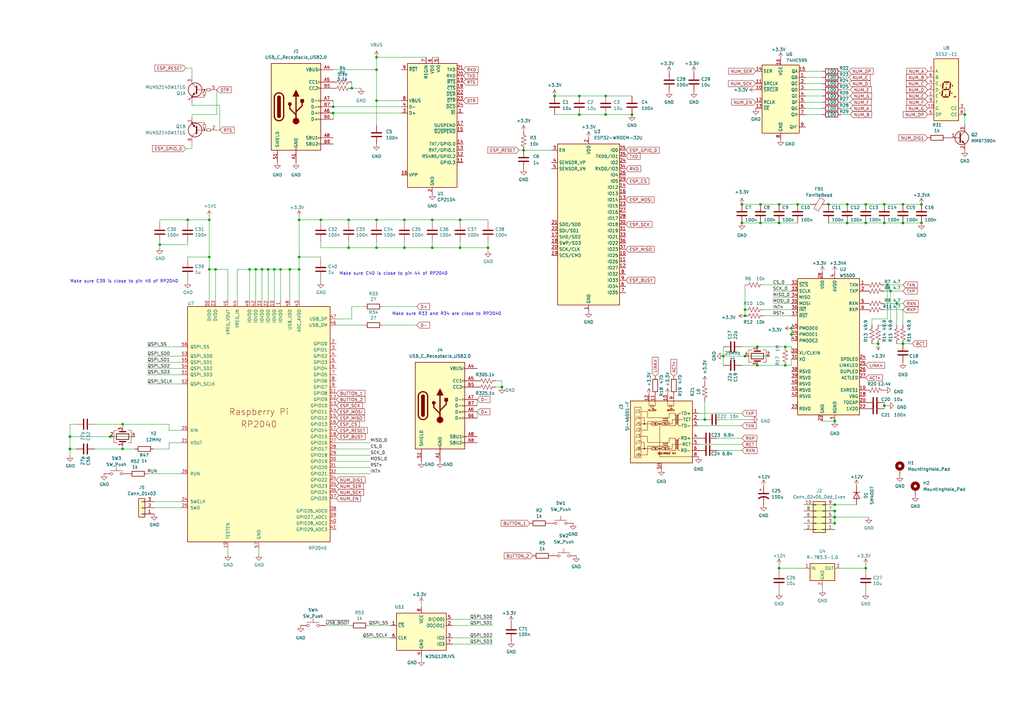
<source format=kicad_sch>
(kicad_sch (version 20230121) (generator eeschema)
  (paper "A3")
  (junction (at 131.572 90.17))
  (junction (at 304.292 83.82))
  (junction (at 28.702 184.15))
  (junction (at 144.272 36.195))
  (junction (at 177.292 101.6))
  (junction (at 248.412 46.99))
  (junction (at 342.392 212.09))
  (junction (at 112.522 110.49))
  (junction (at 122.682 90.17))
  (junction (at 319.532 233.045))
  (junction (at 50.292 184.15))
  (junction (at 237.617 46.99))
  (junction (at 322.072 149.86))
  (junction (at 327.152 83.82))
  (junction (at 28.702 179.07))
  (junction (at 154.432 90.17))
  (junction (at 370.332 83.82))
  (junction (at 118.872 110.49))
  (junction (at 289.052 172.085))
  (junction (at 342.392 214.63))
  (junction (at 115.062 110.49))
  (junction (at 395.732 46.99))
  (junction (at 342.392 209.55))
  (junction (at 319.532 91.44))
  (junction (at 310.642 149.86))
  (junction (at 136.652 43.815))
  (junction (at 154.432 28.575))
  (junction (at 165.862 90.17))
  (junction (at 370.332 140.97))
  (junction (at 214.757 61.595))
  (junction (at 347.472 83.82))
  (junction (at 322.072 142.24))
  (junction (at 347.472 91.44))
  (junction (at 377.952 91.44))
  (junction (at 50.292 173.99))
  (junction (at 45.212 179.07))
  (junction (at 259.207 46.99))
  (junction (at 355.092 233.045))
  (junction (at 65.532 100.33))
  (junction (at 109.982 110.49))
  (junction (at 342.392 172.72))
  (junction (at 363.982 116.84))
  (junction (at 122.682 105.41))
  (junction (at 122.682 110.49))
  (junction (at 296.672 146.05))
  (junction (at 362.712 166.37))
  (junction (at 305.562 129.54))
  (junction (at 355.092 83.82))
  (junction (at 311.912 83.82))
  (junction (at 367.792 124.46))
  (junction (at 200.152 101.6))
  (junction (at 188.722 101.6))
  (junction (at 362.712 91.44))
  (junction (at 85.852 110.49))
  (junction (at 342.392 207.01))
  (junction (at 154.432 101.6))
  (junction (at 85.852 90.17))
  (junction (at 377.952 83.82))
  (junction (at 319.532 83.82))
  (junction (at 305.562 146.05))
  (junction (at 85.852 105.41))
  (junction (at 143.002 90.17))
  (junction (at 324.612 134.62))
  (junction (at 104.902 110.49))
  (junction (at 154.432 23.495))
  (junction (at 310.642 142.24))
  (junction (at 305.562 127))
  (junction (at 370.332 91.44))
  (junction (at 154.432 41.275))
  (junction (at 360.172 140.97))
  (junction (at 365.252 119.38))
  (junction (at 237.617 39.37))
  (junction (at 227.457 39.37))
  (junction (at 107.442 110.49))
  (junction (at 205.867 158.75))
  (junction (at 188.722 90.17))
  (junction (at 339.852 83.82))
  (junction (at 362.712 83.82))
  (junction (at 324.612 137.16))
  (junction (at 177.292 90.17))
  (junction (at 165.862 101.6))
  (junction (at 143.002 101.6))
  (junction (at 136.652 46.355))
  (junction (at 304.292 91.44))
  (junction (at 355.092 91.44))
  (junction (at 102.362 110.49))
  (junction (at 76.962 90.17))
  (junction (at 88.392 110.49))
  (junction (at 311.912 91.44))
  (junction (at 248.412 39.37))
  (wire (pts (xy 370.332 127) (xy 370.332 133.35)))
  (wire (pts (xy 131.572 90.17) (xy 143.002 90.17)))
  (wire (pts (xy 330.327 41.91) (xy 337.312 41.91)))
  (wire (pts (xy 154.432 41.275) (xy 164.592 41.275)))
  (wire (pts (xy 151.257 256.54) (xy 160.147 256.54)))
  (wire (pts (xy 112.522 110.49) (xy 115.062 110.49)))
  (wire (pts (xy 310.642 142.24) (xy 322.072 142.24)))
  (wire (pts (xy 122.682 105.41) (xy 122.682 110.49)))
  (wire (pts (xy 69.342 181.61) (xy 69.342 184.15)))
  (wire (pts (xy 50.292 184.15) (xy 55.372 184.15)))
  (wire (pts (xy 65.532 99.06) (xy 65.532 100.33)))
  (wire (pts (xy 357.632 130.81) (xy 363.982 130.81)))
  (wire (pts (xy 362.712 127) (xy 370.332 127)))
  (wire (pts (xy 143.002 99.06) (xy 143.002 101.6)))
  (wire (pts (xy 154.432 90.17) (xy 165.862 90.17)))
  (wire (pts (xy 174.752 23.495) (xy 154.432 23.495)))
  (wire (pts (xy 347.472 83.82) (xy 339.852 83.82)))
  (wire (pts (xy 60.452 148.59) (xy 74.422 148.59)))
  (wire (pts (xy 50.292 182.88) (xy 50.292 184.15)))
  (wire (pts (xy 330.327 46.99) (xy 337.312 46.99)))
  (wire (pts (xy 154.432 91.44) (xy 154.432 90.17)))
  (wire (pts (xy 31.242 184.15) (xy 28.702 184.15)))
  (wire (pts (xy 185.547 264.16) (xy 202.057 264.16)))
  (wire (pts (xy 38.862 184.15) (xy 50.292 184.15)))
  (wire (pts (xy 188.722 91.44) (xy 188.722 90.17)))
  (wire (pts (xy 362.712 166.37) (xy 362.712 167.64)))
  (wire (pts (xy 355.092 83.82) (xy 347.472 83.82)))
  (wire (pts (xy 74.422 157.48) (xy 60.452 157.48)))
  (wire (pts (xy 319.532 241.935) (xy 319.532 243.205)))
  (wire (pts (xy 136.652 43.815) (xy 164.592 43.815)))
  (wire (pts (xy 330.327 44.45) (xy 337.312 44.45)))
  (wire (pts (xy 122.682 88.9) (xy 122.682 90.17)))
  (wire (pts (xy 144.272 125.73) (xy 144.272 130.81)))
  (wire (pts (xy 156.972 125.73) (xy 170.942 125.73)))
  (wire (pts (xy 304.292 91.44) (xy 311.912 91.44)))
  (wire (pts (xy 177.292 90.17) (xy 188.722 90.17)))
  (wire (pts (xy 118.872 110.49) (xy 122.682 110.49)))
  (wire (pts (xy 330.327 34.29) (xy 337.312 34.29)))
  (wire (pts (xy 137.922 130.81) (xy 144.272 130.81)))
  (wire (pts (xy 185.547 254) (xy 202.057 254)))
  (wire (pts (xy 357.632 133.35) (xy 357.632 130.81)))
  (wire (pts (xy 185.547 261.62) (xy 202.057 261.62)))
  (wire (pts (xy 330.327 29.21) (xy 337.312 29.21)))
  (wire (pts (xy 28.702 179.07) (xy 28.702 184.15)))
  (wire (pts (xy 63.246 205.74) (xy 74.422 205.74)))
  (wire (pts (xy 337.312 172.72) (xy 342.392 172.72)))
  (wire (pts (xy 85.852 88.9) (xy 85.852 90.17)))
  (wire (pts (xy 319.532 231.775) (xy 319.532 233.045)))
  (wire (pts (xy 348.742 46.99) (xy 344.932 46.99)))
  (wire (pts (xy 205.867 156.21) (xy 203.327 156.21)))
  (wire (pts (xy 357.632 140.97) (xy 360.172 140.97)))
  (wire (pts (xy 78.74 46.99) (xy 88.9 46.99)))
  (wire (pts (xy 137.922 189.23) (xy 151.892 189.23)))
  (wire (pts (xy 324.612 137.16) (xy 324.612 139.7)))
  (wire (pts (xy 332.232 83.82) (xy 327.152 83.82)))
  (wire (pts (xy 347.472 91.44) (xy 355.092 91.44)))
  (wire (pts (xy 248.412 46.99) (xy 259.207 46.99)))
  (wire (pts (xy 136.652 46.355) (xy 136.652 48.895)))
  (wire (pts (xy 90.17 43.18) (xy 90.17 53.34)))
  (wire (pts (xy 78.74 43.18) (xy 90.17 43.18)))
  (wire (pts (xy 304.292 184.785) (xy 294.132 184.785)))
  (wire (pts (xy 74.422 181.61) (xy 69.342 181.61)))
  (wire (pts (xy 348.107 31.75) (xy 344.932 31.75)))
  (wire (pts (xy 97.282 123.19) (xy 97.282 110.49)))
  (wire (pts (xy 304.292 179.705) (xy 294.132 179.705)))
  (wire (pts (xy 237.617 39.37) (xy 248.412 39.37)))
  (wire (pts (xy 85.852 110.49) (xy 85.852 123.19)))
  (wire (pts (xy 28.702 173.99) (xy 28.702 179.07)))
  (wire (pts (xy 65.532 90.17) (xy 76.962 90.17)))
  (wire (pts (xy 131.572 106.68) (xy 131.572 105.41)))
  (wire (pts (xy 212.852 61.595) (xy 214.757 61.595)))
  (wire (pts (xy 76.2 27.94) (xy 78.74 27.94)))
  (wire (pts (xy 296.672 146.05) (xy 296.672 142.24)))
  (wire (pts (xy 165.862 90.17) (xy 177.292 90.17)))
  (wire (pts (xy 76.962 100.33) (xy 76.962 99.06)))
  (wire (pts (xy 200.152 99.06) (xy 200.152 101.6)))
  (wire (pts (xy 115.062 110.49) (xy 115.062 123.19)))
  (wire (pts (xy 172.847 269.24) (xy 172.847 270.51)))
  (wire (pts (xy 363.982 130.81) (xy 363.982 116.84)))
  (wire (pts (xy 177.292 101.6) (xy 165.862 101.6)))
  (wire (pts (xy 395.732 44.45) (xy 395.732 46.99)))
  (wire (pts (xy 104.902 123.19) (xy 104.902 110.49)))
  (wire (pts (xy 304.292 182.245) (xy 286.512 182.245)))
  (wire (pts (xy 97.282 110.49) (xy 102.362 110.49)))
  (wire (pts (xy 93.472 224.79) (xy 93.472 227.33)))
  (wire (pts (xy 319.532 83.82) (xy 327.152 83.82)))
  (wire (pts (xy 304.292 169.545) (xy 286.512 169.545)))
  (wire (pts (xy 324.612 147.32) (xy 324.612 149.86)))
  (wire (pts (xy 188.722 101.6) (xy 200.152 101.6)))
  (wire (pts (xy 63.246 208.28) (xy 74.422 208.28)))
  (wire (pts (xy 115.062 110.49) (xy 118.872 110.49)))
  (wire (pts (xy 342.392 212.09) (xy 342.392 214.63)))
  (wire (pts (xy 313.182 116.84) (xy 324.612 116.84)))
  (wire (pts (xy 38.862 173.99) (xy 50.292 173.99)))
  (wire (pts (xy 200.152 91.44) (xy 200.152 90.17)))
  (wire (pts (xy 137.922 181.61) (xy 151.892 181.61)))
  (wire (pts (xy 355.092 233.045) (xy 355.092 231.775)))
  (wire (pts (xy 122.682 90.17) (xy 131.572 90.17)))
  (wire (pts (xy 329.692 233.045) (xy 319.532 233.045)))
  (wire (pts (xy 362.712 83.82) (xy 355.092 83.82)))
  (wire (pts (xy 154.432 28.575) (xy 154.432 41.275)))
  (wire (pts (xy 370.332 91.44) (xy 377.952 91.44)))
  (wire (pts (xy 107.442 123.19) (xy 107.442 110.49)))
  (wire (pts (xy 329.692 207.01) (xy 342.392 207.01)))
  (wire (pts (xy 322.072 142.24) (xy 324.612 142.24)))
  (wire (pts (xy 363.982 116.84) (xy 362.712 116.84)))
  (wire (pts (xy 395.732 46.99) (xy 395.732 51.435)))
  (wire (pts (xy 76.962 90.17) (xy 85.852 90.17)))
  (wire (pts (xy 185.547 256.54) (xy 202.057 256.54)))
  (wire (pts (xy 319.532 91.44) (xy 327.152 91.44)))
  (wire (pts (xy 237.617 46.99) (xy 248.412 46.99)))
  (wire (pts (xy 65.532 100.33) (xy 76.962 100.33)))
  (wire (pts (xy 60.452 146.05) (xy 74.422 146.05)))
  (wire (pts (xy 324.612 134.62) (xy 324.612 137.16)))
  (wire (pts (xy 370.332 140.97) (xy 374.142 140.97)))
  (wire (pts (xy 90.17 53.34) (xy 88.9 53.34)))
  (wire (pts (xy 305.562 127) (xy 305.562 129.54)))
  (wire (pts (xy 289.052 164.465) (xy 289.052 172.085)))
  (wire (pts (xy 154.432 23.495) (xy 154.432 28.575)))
  (wire (pts (xy 154.432 41.275) (xy 154.432 51.435)))
  (wire (pts (xy 329.692 214.63) (xy 342.392 214.63)))
  (wire (pts (xy 88.392 110.49) (xy 85.852 110.49)))
  (wire (pts (xy 203.327 158.75) (xy 205.867 158.75)))
  (wire (pts (xy 370.332 124.46) (xy 367.792 124.46)))
  (wire (pts (xy 348.742 41.91) (xy 344.932 41.91)))
  (wire (pts (xy 188.722 90.17) (xy 200.152 90.17)))
  (wire (pts (xy 85.852 90.17) (xy 85.852 105.41)))
  (wire (pts (xy 85.852 105.41) (xy 85.852 110.49)))
  (wire (pts (xy 28.702 179.07) (xy 45.212 179.07)))
  (wire (pts (xy 315.722 146.05) (xy 305.562 146.05)))
  (wire (pts (xy 339.852 91.44) (xy 347.472 91.44)))
  (wire (pts (xy 50.292 173.99) (xy 69.342 173.99)))
  (wire (pts (xy 122.682 110.49) (xy 122.682 123.19)))
  (wire (pts (xy 28.702 184.15) (xy 28.702 186.69)))
  (wire (pts (xy 377.952 83.82) (xy 370.332 83.82)))
  (wire (pts (xy 76.962 106.68) (xy 76.962 105.41)))
  (wire (pts (xy 172.847 247.65) (xy 172.847 248.92)))
  (wire (pts (xy 76.962 105.41) (xy 85.852 105.41)))
  (wire (pts (xy 348.742 44.45) (xy 344.932 44.45)))
  (wire (pts (xy 355.092 234.315) (xy 355.092 233.045)))
  (wire (pts (xy 88.392 123.19) (xy 88.392 110.49)))
  (wire (pts (xy 136.652 28.575) (xy 154.432 28.575)))
  (wire (pts (xy 60.452 151.13) (xy 74.422 151.13)))
  (wire (pts (xy 310.642 149.86) (xy 322.072 149.86)))
  (wire (pts (xy 342.392 212.09) (xy 356.362 212.09)))
  (wire (pts (xy 329.692 212.09) (xy 342.392 212.09)))
  (wire (pts (xy 329.692 209.55) (xy 342.392 209.55)))
  (wire (pts (xy 355.092 241.935) (xy 355.092 243.205)))
  (wire (pts (xy 74.422 142.24) (xy 60.452 142.24)))
  (wire (pts (xy 74.422 194.31) (xy 60.452 194.31)))
  (wire (pts (xy 137.922 191.77) (xy 151.892 191.77)))
  (wire (pts (xy 370.332 116.84) (xy 363.982 116.84)))
  (wire (pts (xy 88.9 46.99) (xy 88.9 36.83)))
  (wire (pts (xy 50.292 175.26) (xy 50.292 173.99)))
  (wire (pts (xy 342.392 209.55) (xy 342.392 212.09)))
  (wire (pts (xy 131.572 99.06) (xy 131.572 101.6)))
  (wire (pts (xy 311.912 91.44) (xy 319.532 91.44)))
  (wire (pts (xy 78.74 43.18) (xy 78.74 41.91)))
  (wire (pts (xy 122.682 90.17) (xy 122.682 105.41)))
  (wire (pts (xy 188.722 99.06) (xy 188.722 101.6)))
  (wire (pts (xy 109.982 110.49) (xy 112.522 110.49)))
  (wire (pts (xy 62.992 184.15) (xy 69.342 184.15)))
  (wire (pts (xy 195.707 163.83) (xy 195.707 166.37)))
  (wire (pts (xy 106.172 224.79) (xy 106.172 227.33)))
  (wire (pts (xy 143.002 101.6) (xy 131.572 101.6)))
  (wire (pts (xy 330.327 31.75) (xy 337.312 31.75)))
  (wire (pts (xy 107.442 110.49) (xy 109.982 110.49)))
  (wire (pts (xy 313.182 127) (xy 324.612 127)))
  (wire (pts (xy 330.327 39.37) (xy 337.312 39.37)))
  (wire (pts (xy 310.642 142.24) (xy 304.292 142.24)))
  (wire (pts (xy 136.652 41.275) (xy 136.652 43.815)))
  (wire (pts (xy 296.672 149.86) (xy 296.672 146.05)))
  (wire (pts (xy 137.922 186.69) (xy 151.892 186.69)))
  (wire (pts (xy 367.792 140.97) (xy 370.332 140.97)))
  (wire (pts (xy 131.572 91.44) (xy 131.572 90.17)))
  (wire (pts (xy 118.872 123.19) (xy 118.872 110.49)))
  (wire (pts (xy 137.922 194.31) (xy 151.892 194.31)))
  (wire (pts (xy 122.682 105.41) (xy 131.572 105.41)))
  (wire (pts (xy 76.962 114.3) (xy 76.962 115.57)))
  (wire (pts (xy 348.107 34.29) (xy 344.932 34.29)))
  (wire (pts (xy 45.212 179.07) (xy 55.372 179.07)))
  (wire (pts (xy 305.562 146.05) (xy 296.672 146.05)))
  (wire (pts (xy 165.862 101.6) (xy 154.432 101.6)))
  (wire (pts (xy 144.272 33.655) (xy 144.272 36.195)))
  (wire (pts (xy 362.712 166.37) (xy 363.982 166.37)))
  (wire (pts (xy 330.327 36.83) (xy 337.312 36.83)))
  (wire (pts (xy 112.522 123.19) (xy 112.522 110.49)))
  (wire (pts (xy 316.992 121.92) (xy 324.612 121.92)))
  (wire (pts (xy 304.292 83.82) (xy 311.912 83.82)))
  (wire (pts (xy 342.392 207.01) (xy 351.282 207.01)))
  (wire (pts (xy 362.712 91.44) (xy 370.332 91.44)))
  (wire (pts (xy 355.092 91.44) (xy 362.712 91.44)))
  (wire (pts (xy 177.292 23.495) (xy 179.832 23.495)))
  (wire (pts (xy 137.922 133.35) (xy 149.352 133.35)))
  (wire (pts (xy 104.902 110.49) (xy 107.442 110.49)))
  (wire (pts (xy 324.612 144.78) (xy 324.612 142.24)))
  (wire (pts (xy 60.452 153.67) (xy 74.422 153.67)))
  (wire (pts (xy 365.252 133.35) (xy 365.252 119.38)))
  (wire (pts (xy 78.74 60.96) (xy 78.74 58.42)))
  (wire (pts (xy 316.992 119.38) (xy 324.612 119.38)))
  (wire (pts (xy 165.862 91.44) (xy 165.862 90.17)))
  (wire (pts (xy 370.332 119.38) (xy 365.252 119.38)))
  (wire (pts (xy 143.002 90.17) (xy 154.432 90.17)))
  (wire (pts (xy 131.572 114.3) (xy 131.572 115.57)))
  (wire (pts (xy 311.912 83.82) (xy 319.532 83.82)))
  (wire (pts (xy 308.102 172.085) (xy 296.672 172.085)))
  (wire (pts (xy 76.2 60.96) (xy 78.74 60.96)))
  (wire (pts (xy 93.472 123.19) (xy 93.472 110.49)))
  (wire (pts (xy 65.532 91.44) (xy 65.532 90.17)))
  (wire (pts (xy 227.457 46.99) (xy 237.617 46.99)))
  (wire (pts (xy 154.432 101.6) (xy 143.002 101.6)))
  (wire (pts (xy 109.982 123.19) (xy 109.982 110.49)))
  (wire (pts (xy 133.477 256.54) (xy 143.637 256.54)))
  (wire (pts (xy 289.052 172.085) (xy 286.512 172.085)))
  (wire (pts (xy 136.652 46.355) (xy 164.592 46.355)))
  (wire (pts (xy 305.562 116.84) (xy 305.562 127)))
  (wire (pts (xy 76.962 91.44) (xy 76.962 90.17)))
  (wire (pts (xy 69.342 176.53) (xy 69.342 173.99)))
  (wire (pts (xy 329.692 217.17) (xy 342.392 217.17)))
  (wire (pts (xy 78.74 48.26) (xy 78.74 46.99)))
  (wire (pts (xy 205.867 156.21) (xy 205.867 158.75)))
  (wire (pts (xy 348.742 39.37) (xy 344.932 39.37)))
  (wire (pts (xy 102.362 110.49) (xy 104.902 110.49)))
  (wire (pts (xy 165.862 99.06) (xy 165.862 101.6)))
  (wire (pts (xy 227.457 39.37) (xy 237.617 39.37)))
  (wire (pts (xy 316.992 124.46) (xy 324.612 124.46)))
  (wire (pts (xy 248.412 39.37) (xy 259.207 39.37)))
  (wire (pts (xy 154.432 99.06) (xy 154.432 101.6)))
  (wire (pts (xy 344.932 233.045) (xy 355.092 233.045)))
  (wire (pts (xy 362.712 165.1) (xy 362.712 166.37)))
  (wire (pts (xy 78.74 27.94) (xy 78.74 31.75)))
  (wire (pts (xy 304.292 174.625) (xy 286.512 174.625)))
  (wire (pts (xy 156.972 133.35) (xy 170.942 133.35)))
  (wire (pts (xy 148.717 261.62) (xy 160.147 261.62)))
  (wire (pts (xy 362.712 124.46) (xy 367.792 124.46)))
  (wire (pts (xy 144.272 125.73) (xy 149.352 125.73)))
  (wire (pts (xy 93.472 110.49) (xy 88.392 110.49)))
  (wire (pts (xy 214.757 61.595) (xy 226.187 61.595)))
  (wire (pts (xy 313.182 129.54) (xy 324.612 129.54)))
  (wire (pts (xy 177.292 99.06) (xy 177.292 101.6)))
  (wire (pts (xy 69.342 176.53) (xy 74.422 176.53)))
  (wire (pts (xy 319.532 234.315) (xy 319.532 233.045)))
  (wire (pts (xy 348.107 29.21) (xy 344.932 29.21)))
  (wire (pts (xy 367.792 124.46) (xy 367.792 133.35)))
  (wire (pts (xy 348.742 36.83) (xy 344.932 36.83)))
  (wire (pts (xy 177.292 91.44) (xy 177.292 90.17)))
  (wire (pts (xy 195.707 168.91) (xy 195.707 171.45)))
  (wire (pts (xy 360.172 133.35) (xy 365.252 133.35)))
  (wire (pts (xy 143.002 91.44) (xy 143.002 90.17)))
  (wire (pts (xy 322.072 149.86) (xy 324.612 149.86)))
  (wire (pts (xy 310.642 149.86) (xy 304.292 149.86)))
  (wire (pts (xy 337.312 240.665) (xy 337.312 241.935)))
  (wire (pts (xy 144.272 36.195) (xy 148.082 36.195)))
  (wire (pts (xy 31.242 173.99) (xy 28.702 173.99)))
  (wire (pts (xy 102.362 123.19) (xy 102.362 110.49)))
  (wire (pts (xy 137.922 184.15) (xy 151.892 184.15)))
  (wire (pts (xy 188.722 101.6) (xy 177.292 101.6)))
  (wire (pts (xy 365.252 119.38) (xy 362.712 119.38)))
  (wire (pts (xy 370.332 83.82) (xy 362.712 83.82)))
  (wire (pts (xy 200.152 101.6) (xy 200.152 102.87)))
  (wire (pts (xy 65.532 100.33) (xy 65.532 101.6)))
  (text "Make sure C39 is close to pin 45 of RP2040" (at 28.702 116.205 0) (effects (font (size 1.27 1.27)) (justify left bottom)))
  (text "Make sure R33 and R34 are close to RP2040" (at 160.782 129.54 0) (effects (font (size 1.27 1.27)) (justify left bottom)))
  (text "Make sure C40 is close to pin 44 of RP2040" (at 139.192 113.03 0) (effects (font (size 1.27 1.27)) (justify left bottom)))
  (label "QSPI_SD3" (at 60.452 153.67 0))
  (label "MISO_0" (at 316.992 121.92 0))
  (label "QSPI_SCLK" (at 148.717 261.62 0))
  (label "QSPI_SS" (at 151.257 256.54 0))
  (label "SCK_0" (at 151.892 186.69 0))
  (label "CS_0" (at 151.892 184.15 0))
  (label "MOSI_0" (at 151.892 189.23 0))
  (label "INTn" (at 316.992 127 0))
  (label "MOSI_0" (at 316.992 124.46 0))
  (label "QSPI_SD2" (at 202.057 261.62 180))
  (label "RUN" (at 60.452 194.31 0))
  (label "MISO_0" (at 151.892 181.61 0))
  (label "QSPI_SS" (at 60.452 142.24 0))
  (label "QSPI_SCLK" (at 60.452 157.48 0))
  (label "QSPI_SD0" (at 202.057 254 180))
  (label "QSPI_SD1" (at 202.057 256.54 180))
  (label "QSPI_SD2" (at 60.452 151.13 0))
  (label "RSTn" (at 151.892 191.77 0))
  (label "RSTn" (at 316.992 129.54 0))
  (label "CS_0" (at 316.992 116.84 0))
  (label "SCK_0" (at 316.992 119.38 0))
  (label "QSPI_SD1" (at 60.452 148.59 0))
  (label "QSPI_SD0" (at 60.452 146.05 0))
  (label "QSPI_SD3" (at 202.057 264.16 180))
  (label "~{USB_BOOT}" (at 133.477 256.54 0))
  (label "INTn" (at 151.892 194.31 0))
  (global_label "TXP" (shape input) (at 370.332 119.38 0) (property "Intersheetrefs" "${INTERSHEET_REFS}" (effects hide)))
  (global_label "NUM_DIG1" (shape input) (at 137.922 196.85 0) (property "Intersheetrefs" "${INTERSHEET_REFS}" (effects hide)))
  (global_label "NUM_SER" (shape input) (at 137.922 199.39 0) (property "Intersheetrefs" "${INTERSHEET_REFS}" (effects hide)))
  (global_label "TXN" (shape input) (at 370.332 116.84 0) (property "Intersheetrefs" "${INTERSHEET_REFS}" (effects hide)))
  (global_label "ESP_CS" (shape input) (at 256.667 74.295 0) (property "Intersheetrefs" "${INTERSHEET_REFS}" (effects hide)))
  (global_label "NUM_E" (shape input) (at 380.492 39.37 180) (property "Intersheetrefs" "${INTERSHEET_REFS}" (effects hide)))
  (global_label "D-" (shape input) (at 170.942 133.35 0) (property "Intersheetrefs" "${INTERSHEET_REFS}" (effects hide)))
  (global_label "NUM_EN" (shape input) (at 310.007 41.91 180) (property "Intersheetrefs" "${INTERSHEET_REFS}" (effects hide)))
  (global_label "TXD" (shape input) (at 256.667 64.135 0) (property "Intersheetrefs" "${INTERSHEET_REFS}" (effects hide)))
  (global_label "NUM_A" (shape input) (at 380.492 29.21 180) (property "Intersheetrefs" "${INTERSHEET_REFS}" (effects hide)))
  (global_label "TXN" (shape input) (at 304.292 174.625 0) (property "Intersheetrefs" "${INTERSHEET_REFS}" (effects hide)))
  (global_label "NUM_F" (shape input) (at 348.742 41.91 0) (property "Intersheetrefs" "${INTERSHEET_REFS}" (effects hide)))
  (global_label "D+" (shape input) (at 195.707 168.91 0) (property "Intersheetrefs" "${INTERSHEET_REFS}" (effects hide)))
  (global_label "NUM_SCK" (shape input) (at 137.922 201.93 0) (property "Intersheetrefs" "${INTERSHEET_REFS}" (effects hide)))
  (global_label "NUM_SER" (shape input) (at 310.007 29.21 180) (property "Intersheetrefs" "${INTERSHEET_REFS}" (effects hide)))
  (global_label "NUM_F" (shape input) (at 380.492 41.91 180) (property "Intersheetrefs" "${INTERSHEET_REFS}" (effects hide)))
  (global_label "RXD" (shape input) (at 256.667 69.215 0) (property "Intersheetrefs" "${INTERSHEET_REFS}" (effects hide)))
  (global_label "RXP" (shape input) (at 370.332 127 0) (property "Intersheetrefs" "${INTERSHEET_REFS}" (effects hide)))
  (global_label "NUM_EN" (shape input) (at 137.922 204.47 0) (property "Intersheetrefs" "${INTERSHEET_REFS}" (effects hide)))
  (global_label "NUM_C" (shape input) (at 348.107 31.75 0) (property "Intersheetrefs" "${INTERSHEET_REFS}" (effects hide)))
  (global_label "TXD" (shape input) (at 189.992 31.115 0) (property "Intersheetrefs" "${INTERSHEET_REFS}" (effects hide)))
  (global_label "ESP_RESET" (shape input) (at 76.2 27.94 180) (property "Intersheetrefs" "${INTERSHEET_REFS}" (effects hide)))
  (global_label "ESP_GPIO_0" (shape input) (at 76.2 60.96 180) (property "Intersheetrefs" "${INTERSHEET_REFS}" (effects hide)))
  (global_label "NUM_A" (shape input) (at 348.742 44.45 0) (property "Intersheetrefs" "${INTERSHEET_REFS}" (effects hide)))
  (global_label "NUM_D" (shape input) (at 348.107 34.29 0) (property "Intersheetrefs" "${INTERSHEET_REFS}" (effects hide)))
  (global_label "NUM_DP" (shape input) (at 348.107 29.21 0) (property "Intersheetrefs" "${INTERSHEET_REFS}" (effects hide)))
  (global_label "RXN" (shape input) (at 304.292 184.785 0) (property "Intersheetrefs" "${INTERSHEET_REFS}" (effects hide)))
  (global_label "RCT" (shape input) (at 374.142 140.97 0) (property "Intersheetrefs" "${INTERSHEET_REFS}" (effects hide)))
  (global_label "ESP_RESET" (shape input) (at 212.852 61.595 180) (property "Intersheetrefs" "${INTERSHEET_REFS}" (effects hide)))
  (global_label "NUM_G" (shape input) (at 348.742 39.37 0) (property "Intersheetrefs" "${INTERSHEET_REFS}" (effects hide)))
  (global_label "ESP_BUSY" (shape input) (at 137.922 179.07 0) (property "Intersheetrefs" "${INTERSHEET_REFS}" (effects hide)))
  (global_label "D+" (shape input) (at 170.942 125.73 0) (property "Intersheetrefs" "${INTERSHEET_REFS}" (effects hide)))
  (global_label "BUTTON_1" (shape input) (at 137.922 161.29 0) (property "Intersheetrefs" "${INTERSHEET_REFS}" (effects hide)))
  (global_label "LINKn" (shape input) (at 355.092 149.86 0) (property "Intersheetrefs" "${INTERSHEET_REFS}" (effects hide)))
  (global_label "NUM_D" (shape input) (at 380.492 36.83 180) (property "Intersheetrefs" "${INTERSHEET_REFS}" (effects hide)))
  (global_label "NUM_B" (shape input) (at 348.742 46.99 0) (property "Intersheetrefs" "${INTERSHEET_REFS}" (effects hide)))
  (global_label "ESP_GPIO_0" (shape input) (at 256.667 61.595 0) (property "Intersheetrefs" "${INTERSHEET_REFS}" (effects hide)))
  (global_label "DTR" (shape input) (at 189.992 41.275 0) (property "Intersheetrefs" "${INTERSHEET_REFS}" (effects hide)))
  (global_label "ESP_CS" (shape input) (at 137.922 173.99 0) (property "Intersheetrefs" "${INTERSHEET_REFS}" (effects hide)))
  (global_label "RCT" (shape input) (at 304.292 182.245 0) (property "Intersheetrefs" "${INTERSHEET_REFS}" (effects hide)))
  (global_label "NUM_SCK" (shape input) (at 310.007 34.29 180) (property "Intersheetrefs" "${INTERSHEET_REFS}" (effects hide)))
  (global_label "BUTTON_2" (shape input) (at 218.567 227.965 180) (property "Intersheetrefs" "${INTERSHEET_REFS}" (effects hide)))
  (global_label "DTR" (shape input) (at 88.9 36.83 0) (property "Intersheetrefs" "${INTERSHEET_REFS}" (effects hide)))
  (global_label "RTS" (shape input) (at 90.17 53.34 0) (property "Intersheetrefs" "${INTERSHEET_REFS}" (effects hide)))
  (global_label "TXP" (shape input) (at 304.292 169.545 0) (property "Intersheetrefs" "${INTERSHEET_REFS}" (effects hide)))
  (global_label "NUM_C" (shape input) (at 380.492 34.29 180) (property "Intersheetrefs" "${INTERSHEET_REFS}" (effects hide)))
  (global_label "NUM_DIG1" (shape input) (at 380.492 56.515 180) (property "Intersheetrefs" "${INTERSHEET_REFS}" (effects hide)))
  (global_label "ESP_BUSY" (shape input) (at 256.667 114.935 0) (property "Intersheetrefs" "${INTERSHEET_REFS}" (effects hide)))
  (global_label "BUTTON_1" (shape input) (at 217.297 214.63 180) (property "Intersheetrefs" "${INTERSHEET_REFS}" (effects hide)))
  (global_label "NUM_E" (shape input) (at 348.742 36.83 0) (property "Intersheetrefs" "${INTERSHEET_REFS}" (effects hide)))
  (global_label "ESP_MISO" (shape input) (at 256.667 102.235 0) (property "Intersheetrefs" "${INTERSHEET_REFS}" (effects hide)))
  (global_label "RTS" (shape input) (at 189.992 33.655 0) (property "Intersheetrefs" "${INTERSHEET_REFS}" (effects hide)))
  (global_label "NUM_G" (shape input) (at 380.492 44.45 180) (property "Intersheetrefs" "${INTERSHEET_REFS}" (effects hide)))
  (global_label "ESP_SCK" (shape input) (at 137.922 166.37 0) (property "Intersheetrefs" "${INTERSHEET_REFS}" (effects hide)))
  (global_label "ESP_MOSI" (shape input) (at 256.667 81.915 0) (property "Intersheetrefs" "${INTERSHEET_REFS}" (effects hide)))
  (global_label "NUM_B" (shape input) (at 380.492 31.75 180) (property "Intersheetrefs" "${INTERSHEET_REFS}" (effects hide)))
  (global_label "ESP_MISO" (shape input) (at 137.922 171.45 0) (property "Intersheetrefs" "${INTERSHEET_REFS}" (effects hide)))
  (global_label "ESP_RESET" (shape input) (at 137.922 176.53 0) (property "Intersheetrefs" "${INTERSHEET_REFS}" (effects hide)))
  (global_label "NUM_DP" (shape input) (at 380.492 46.99 180) (property "Intersheetrefs" "${INTERSHEET_REFS}" (effects hide)))
  (global_label "BUTTON_2" (shape input) (at 137.922 163.83 0) (property "Intersheetrefs" "${INTERSHEET_REFS}" (effects hide)))
  (global_label "RXN" (shape input) (at 370.332 124.46 0) (property "Intersheetrefs" "${INTERSHEET_REFS}" (effects hide)))
  (global_label "LINKn" (shape input) (at 268.732 154.305 90) (property "Intersheetrefs" "${INTERSHEET_REFS}" (effects hide)))
  (global_label "ESP_SCK" (shape input) (at 256.667 92.075 0) (property "Intersheetrefs" "${INTERSHEET_REFS}" (effects hide)))
  (global_label "ACTn" (shape input) (at 355.092 154.94 0) (property "Intersheetrefs" "${INTERSHEET_REFS}" (effects hide)))
  (global_label "ESP_MOSI" (shape input) (at 137.922 168.91 0) (property "Intersheetrefs" "${INTERSHEET_REFS}" (effects hide)))
  (global_label "RXD" (shape input) (at 189.992 28.575 0) (property "Intersheetrefs" "${INTERSHEET_REFS}" (effects hide)))
  (global_label "RXP" (shape input) (at 304.292 179.705 0) (property "Intersheetrefs" "${INTERSHEET_REFS}" (effects hide)))
  (global_label "D-" (shape input) (at 195.707 163.83 0) (property "Intersheetrefs" "${INTERSHEET_REFS}" (effects hide)))
  (global_label "ACTn" (shape input) (at 276.352 154.305 90) (property "Intersheetrefs" "${INTERSHEET_REFS}" (effects hide)))
  (symbol (lib_id "Device:C") (at 274.447 33.655 0) (unit 1)
    (property "Reference" "C28" (at 277.368 32.4866 0) (effects (justify left)))
    (property "Value" "100n" (at 277.368 34.798 0) (effects (justify left)))
    (property "Footprint" "Capacitor_SMD:C_0603_1608Metric" (effects hide))
  )
  (symbol (lib_id "Device:R_US") (at 358.902 119.38 270) (mirror x) (unit 1)
    (property "Reference" "R8" (at 363.982 118.11 90))
    (property "Value" "4.7" (at 367.792 118.11 90))
    (property "Footprint" "Resistor_SMD:R_0603_1608Metric" (effects hide))
  )
  (symbol (lib_id "Device:R_US") (at 360.172 137.16 0) (mirror y) (unit 1)
    (property "Reference" "R14" (at 362.712 138.43 90))
    (property "Value" "49.9" (at 362.712 133.35 90))
    (property "Footprint" "Resistor_SMD:R_0603_1608Metric" (effects hide))
  )
  (symbol (lib_id "Switch:SW_Push") (at 231.267 227.965 0) (unit 1)
    (property "Reference" "SW2" (at 231.267 219.71 0))
    (property "Value" "SW_Push" (at 231.267 222.25 0))
    (property "Footprint" "Button_Switch_THT:Push_E-Switch_KS01Q01" (effects hide))
  )
  (symbol (lib_id "power:GND") (at 131.572 115.57 0) (unit 1)
    (property "Reference" "#PWR063" (effects hide))
    (property "Value" "GND" (at 131.699 119.9642 0))
  )
  (symbol (lib_id "RF_Module:ESP32-WROOM-32U") (at 241.427 92.075 0) (unit 1)
    (property "Reference" "U3" (at 243.6211 53.975 0) (effects (justify left)))
    (property "Value" "ESP32-WROOM-32U" (at 243.6211 56.515 0) (effects (justify left)))
    (property "Footprint" "RF_Module:ESP32-WROOM-32U" (effects hide))
    (property "Datasheet" "https://www.espressif.com/sites/default/files/documentation/esp32-wroom-32d_esp32-wroom-32u_datasheet_en.pdf" (effects hide))
  )
  (symbol (lib_id "Transistor_BJT:MMBT3904") (at 393.192 56.515 0) (unit 1)
    (property "Reference" "Q2" (at 398.272 55.245 0) (effects (justify left)))
    (property "Value" "MMBT3904" (at 398.272 57.785 0) (effects (justify left)))
    (property "Footprint" "Package_TO_SOT_SMD:SOT-23" (effects hide))
    (property "Datasheet" "https://www.onsemi.com/pdf/datasheet/pzt3904-d.pdf" (effects hide))
  )
  (symbol (lib_id "power:GND") (at 205.867 158.75 0) (unit 1)
    (property "Reference" "#PWR057" (effects hide))
    (property "Value" "GND" (at 207.137 160.02 0) (effects (justify left)))
  )
  (symbol (lib_id "power:GND") (at 113.792 66.675 0) (unit 1)
    (property "Reference" "#PWR09" (effects hide))
    (property "Value" "GND" (at 113.792 71.755 0))
  )
  (symbol (lib_id "Device:C") (at 209.677 259.08 0) (unit 1)
    (property "Reference" "C71" (at 212.598 257.9116 0) (effects (justify left)))
    (property "Value" "100n" (at 212.598 260.223 0) (effects (justify left)))
    (property "Footprint" "Capacitor_SMD:C_0603_1608Metric" (effects hide))
  )
  (symbol (lib_id "Device:C") (at 290.322 184.785 90) (unit 1)
    (property "Reference" "C24" (at 295.402 186.055 90) (effects (justify left)))
    (property "Value" "6.8n" (at 300.482 186.055 90) (effects (justify left)))
    (property "Footprint" "Capacitor_SMD:C_0603_1608Metric" (effects hide))
  )
  (symbol (lib_id "power:GND") (at 65.532 101.6 0) (unit 1)
    (property "Reference" "#PWR058" (effects hide))
    (property "Value" "GND" (at 65.659 105.9942 0))
  )
  (symbol (lib_id "Device:R") (at 221.107 214.63 270) (unit 1)
    (property "Reference" "R2" (at 221.107 209.3722 90))
    (property "Value" "1k" (at 221.107 211.6836 90))
    (property "Footprint" "Resistor_SMD:R_0603_1608Metric" (effects hide))
  )
  (symbol (lib_id "power:GND") (at 313.182 207.01 0) (unit 1)
    (property "Reference" "#PWR019" (effects hide))
    (property "Value" "GND" (at 313.182 211.455 0))
  )
  (symbol (lib_id "power:GND") (at 271.272 192.405 0) (unit 1)
    (property "Reference" "#PWR035" (effects hide))
    (property "Value" "GND" (at 271.272 197.485 0))
  )
  (symbol (lib_id "Device:C") (at 284.607 33.655 0) (unit 1)
    (property "Reference" "C29" (at 287.528 32.4866 0) (effects (justify left)))
    (property "Value" "10u" (at 287.528 34.798 0) (effects (justify left)))
    (property "Footprint" "Capacitor_SMD:C_0603_1608Metric" (effects hide))
  )
  (symbol (lib_id "power:GND") (at 214.757 69.215 0) (unit 1)
    (property "Reference" "#PWR08" (effects hide))
    (property "Value" "GND" (at 214.757 73.66 0))
  )
  (symbol (lib_id "Device:C") (at 339.852 87.63 0) (unit 1)
    (property "Reference" "C11" (at 341.122 85.09 0) (effects (justify left)))
    (property "Value" "100n" (at 341.122 90.17 0) (effects (justify left)))
    (property "Footprint" "Capacitor_SMD:C_0603_1608Metric" (effects hide))
  )
  (symbol (lib_id "Device:R") (at 153.162 125.73 270) (unit 1)
    (property "Reference" "R33" (at 153.162 120.4722 90))
    (property "Value" "27" (at 153.162 122.7836 90))
    (property "Footprint" "Resistor_SMD:R_0603_1608Metric" (effects hide))
  )
  (symbol (lib_id "Device:C") (at 214.757 65.405 0) (unit 1)
    (property "Reference" "C6" (at 218.567 64.135 0) (effects (justify left)))
    (property "Value" "1u" (at 218.567 66.675 0) (effects (justify left)))
    (property "Footprint" "Capacitor_SMD:C_0603_1608Metric" (effects hide))
  )
  (symbol (lib_id "Device:R_US") (at 309.372 129.54 90) (unit 1)
    (property "Reference" "R12" (at 306.832 132.08 90))
    (property "Value" "10k" (at 311.912 132.08 90))
    (property "Footprint" "Resistor_SMD:R_0603_1608Metric" (effects hide))
  )
  (symbol (lib_id "power:+3.3V") (at 320.167 24.13 0) (unit 1)
    (property "Reference" "#PWR044" (effects hide))
    (property "Value" "+3.3V" (at 316.357 20.32 0) (effects (justify left)))
  )
  (symbol (lib_id "power:GND") (at 310.007 44.45 0) (unit 1)
    (property "Reference" "#PWR050" (effects hide))
    (property "Value" "GND" (at 310.007 48.895 0))
  )
  (symbol (lib_id "Device:R") (at 56.642 194.31 270) (unit 1)
    (property "Reference" "R52" (at 55.372 189.23 90))
    (property "Value" "1k" (at 55.372 191.5414 90))
    (property "Footprint" "Resistor_SMD:R_0603_1608Metric" (effects hide))
  )
  (symbol (lib_id "power:+3.3VA") (at 342.392 111.76 0) (unit 1)
    (property "Reference" "#PWR021" (effects hide))
    (property "Value" "+3.3VA" (at 343.662 107.95 0))
  )
  (symbol (lib_id "Device:R") (at 341.122 36.83 270) (unit 1)
    (property "Reference" "R25" (at 346.202 35.56 90))
    (property "Value" "100" (at 341.122 36.83 90))
    (property "Footprint" "Resistor_SMD:R_0603_1608Metric" (effects hide))
  )
  (symbol (lib_id "power:GND") (at 377.952 91.44 0) (unit 1)
    (property "Reference" "#PWR017" (effects hide))
    (property "Value" "GND" (at 377.952 96.52 0))
  )
  (symbol (lib_id "power:GND") (at 93.472 227.33 0) (unit 1)
    (property "Reference" "#PWR096" (effects hide))
    (property "Value" "GND" (at 93.599 231.7242 0))
  )
  (symbol (lib_id "Device:R") (at 222.377 227.965 270) (unit 1)
    (property "Reference" "R5" (at 222.377 222.7072 90))
    (property "Value" "1k" (at 222.377 225.0186 90))
    (property "Footprint" "Resistor_SMD:R_0603_1608Metric" (effects hide))
  )
  (symbol (lib_id "Device:C") (at 304.292 87.63 0) (unit 1)
    (property "Reference" "C7" (at 305.562 85.09 0) (effects (justify left)))
    (property "Value" "100n" (at 305.562 90.17 0) (effects (justify left)))
    (property "Footprint" "Capacitor_SMD:C_0603_1608Metric" (effects hide))
  )
  (symbol (lib_id "Device:R_US") (at 214.757 57.785 0) (unit 1)
    (property "Reference" "R3" (at 217.297 56.515 0) (effects (justify left)))
    (property "Value" "10k" (at 217.297 59.055 0) (effects (justify left)))
    (property "Footprint" "Resistor_SMD:R_0603_1608Metric" (effects hide))
  )
  (symbol (lib_id "power:+1V1") (at 85.852 88.9 0) (unit 1)
    (property "Reference" "#PWR055" (effects hide))
    (property "Value" "+1V1" (at 86.233 84.5058 0))
  )
  (symbol (lib_id "power:GND") (at 154.432 59.055 0) (unit 1)
    (property "Reference" "#PWR07" (effects hide))
    (property "Value" "GND" (at 154.432 64.135 0))
  )
  (symbol (lib_id "power:+3.3V") (at 122.682 88.9 0) (unit 1)
    (property "Reference" "#PWR056" (effects hide))
    (property "Value" "+3.3V" (at 118.872 85.09 0) (effects (justify left)))
  )
  (symbol (lib_id "power:GND") (at 241.427 127.635 0) (unit 1)
    (property "Reference" "#PWR012" (effects hide))
    (property "Value" "GND" (at 241.427 132.08 0))
  )
  (symbol (lib_id "Device:C") (at 300.482 142.24 90) (unit 1)
    (property "Reference" "C17" (at 299.3136 139.319 0) (effects (justify left)))
    (property "Value" "22p" (at 301.625 139.319 0) (effects (justify left)))
    (property "Footprint" "Capacitor_SMD:C_0603_1608Metric" (effects hide))
  )
  (symbol (lib_id "power:GND") (at 304.292 91.44 0) (unit 1)
    (property "Reference" "#PWR016" (effects hide))
    (property "Value" "GND" (at 304.292 96.52 0))
  )
  (symbol (lib_id "Device:C") (at 355.092 238.125 0) (unit 1)
    (property "Reference" "C27" (at 358.013 236.9566 0) (effects (justify left)))
    (property "Value" "10u" (at 358.013 239.268 0) (effects (justify left)))
    (property "Footprint" "Capacitor_SMD:C_0603_1608Metric" (effects hide))
  )
  (symbol (lib_id "power:+3.3V") (at 172.847 247.65 0) (unit 1)
    (property "Reference" "#PWR0102" (effects hide))
    (property "Value" "+3.3V" (at 169.037 243.84 0) (effects (justify left)))
  )
  (symbol (lib_id "Device:C") (at 248.412 43.18 0) (unit 1)
    (property "Reference" "C3" (at 251.587 41.91 0) (effects (justify left)))
    (property "Value" "10u" (at 251.587 44.45 0) (effects (justify left)))
    (property "Footprint" "Capacitor_SMD:C_0603_1608Metric" (effects hide))
  )
  (symbol (lib_id "Device:C") (at 327.152 87.63 0) (unit 1)
    (property "Reference" "C10" (at 328.422 85.09 0) (effects (justify left)))
    (property "Value" "100n" (at 328.422 90.17 0) (effects (justify left)))
    (property "Footprint" "Capacitor_SMD:C_0603_1608Metric" (effects hide))
  )
  (symbol (lib_id "power:+3.3V") (at 289.052 156.845 0) (unit 1)
    (property "Reference" "#PWR027" (effects hide))
    (property "Value" "+3.3V" (at 289.052 150.495 90))
  )
  (symbol (lib_id "Transistor_BJT:MUN5211DW1") (at 80.01 36.83 0) (mirror y) (unit 1)
    (property "Reference" "Q1" (at 76.2 38.2778 0) (effects (justify left)))
    (property "Value" "MUN5214DW1T1G" (at 76.2 35.7378 0) (effects (justify left)))
    (property "Footprint" "Package_TO_SOT_SMD:SOT-363_SC-70-6" (effects hide))
    (property "Datasheet" "http://www.onsemi.com/pub/Collateral/DTC114ED-D.PDF" (effects hide))
  )
  (symbol (lib_id "power:GND") (at 363.982 166.37 90) (unit 1)
    (property "Reference" "#PWR031" (effects hide))
    (property "Value" "GND" (at 367.792 167.005 90) (effects (justify right)))
  )
  (symbol (lib_id "power:GND") (at 337.312 241.935 0) (unit 1)
    (property "Reference" "#PWR039" (effects hide))
    (property "Value" "GND" (at 337.312 246.38 0))
  )
  (symbol (lib_id "power:+3.3V") (at 241.427 56.515 0) (unit 1)
    (property "Reference" "#PWR06" (effects hide))
    (property "Value" "+3.3V" (at 241.427 52.07 0))
  )
  (symbol (lib_id "power:+3.3V") (at 266.192 161.925 0) (unit 1)
    (property "Reference" "#PWR029" (effects hide))
    (property "Value" "+3.3V" (at 266.192 155.575 90))
  )
  (symbol (lib_id "Device:R_US") (at 367.792 137.16 0) (mirror y) (unit 1)
    (property "Reference" "R15" (at 365.252 138.43 90))
    (property "Value" "49.9" (at 365.252 133.35 90))
    (property "Footprint" "Resistor_SMD:R_0603_1608Metric" (effects hide))
  )
  (symbol (lib_id "Device:C") (at 154.432 55.245 0) (unit 1)
    (property "Reference" "C5" (at 158.242 53.975 0) (effects (justify left)))
    (property "Value" "100n" (at 158.242 56.515 0) (effects (justify left)))
    (property "Footprint" "Capacitor_SMD:C_0603_1608Metric" (effects hide))
  )
  (symbol (lib_id "Transistor_BJT:MUN5211DW1") (at 80.01 53.34 180) (unit 2)
    (property "Reference" "Q1" (at 76.2 51.8922 0) (effects (justify left)))
    (property "Value" "MUN5214DW1T1G" (at 76.2 54.4322 0) (effects (justify left)))
    (property "Footprint" "Package_TO_SOT_SMD:SOT-363_SC-70-6" (effects hide))
    (property "Datasheet" "http://www.onsemi.com/pub/Collateral/DTC114ED-D.PDF" (effects hide))
  )
  (symbol (lib_id "power:GND") (at 123.317 256.54 0) (unit 1)
    (property "Reference" "#PWR0111" (effects hide))
    (property "Value" "GND" (at 123.317 261.62 0))
  )
  (symbol (lib_id "Device:C") (at 259.207 43.18 0) (unit 1)
    (property "Reference" "C4" (at 263.017 41.91 0) (effects (justify left)))
    (property "Value" "100n" (at 263.017 44.45 0) (effects (justify left)))
    (property "Footprint" "Capacitor_SMD:C_0603_1608Metric" (effects hide))
  )
  (symbol (lib_id "Device:C") (at 143.002 95.25 0) (unit 1)
    (property "Reference" "C33" (at 145.923 94.0816 0) (effects (justify left)))
    (property "Value" "100n" (at 145.923 96.393 0) (effects (justify left)))
    (property "Footprint" "Capacitor_SMD:C_0603_1608Metric" (effects hide))
  )
  (symbol (lib_id "Device:C") (at 200.152 95.25 0) (unit 1)
    (property "Reference" "C38" (at 203.073 94.0816 0) (effects (justify left)))
    (property "Value" "100n" (at 203.073 96.393 0) (effects (justify left)))
    (property "Footprint" "Capacitor_SMD:C_0603_1608Metric" (effects hide))
  )
  (symbol (lib_id "power:GND") (at 375.412 203.2 0) (unit 1)
    (property "Reference" "#PWR054" (effects hide))
    (property "Value" "GND" (at 375.412 207.645 0))
  )
  (symbol (lib_id "power:+3.3V") (at 273.812 161.925 0) (unit 1)
    (property "Reference" "#PWR030" (effects hide))
    (property "Value" "+3.3V" (at 273.812 155.575 90))
  )
  (symbol (lib_id "power:GND") (at 259.207 46.99 0) (unit 1)
    (property "Reference" "#PWR04" (effects hide))
    (property "Value" "GND" (at 259.207 51.435 0))
  )
  (symbol (lib_id "Device:R") (at 341.122 31.75 270) (unit 1)
    (property "Reference" "R23" (at 346.202 30.48 90))
    (property "Value" "100" (at 341.122 31.75 90))
    (property "Footprint" "Resistor_SMD:R_0603_1608Metric" (effects hide))
  )
  (symbol (lib_id "Mechanical:MountingHole_Pad") (at 369.062 192.405 0) (unit 1)
    (property "Reference" "H1" (at 372.237 189.865 0) (effects (justify left)))
    (property "Value" "MountingHole_Pad" (at 372.237 192.405 0) (effects (justify left)))
    (property "Footprint" "MountingHole:MountingHole_3.2mm_M3_DIN965_Pad" (effects hide))
  )
  (symbol (lib_id "power:GND") (at 63.246 210.82 0) (unit 1)
    (property "Reference" "#PWR060" (effects hide))
    (property "Value" "GND" (at 63.373 215.2142 0))
  )
  (symbol (lib_id "Device:C") (at 237.617 43.18 0) (unit 1)
    (property "Reference" "C2" (at 240.792 41.91 0) (effects (justify left)))
    (property "Value" "10u" (at 240.792 44.45 0) (effects (justify left)))
    (property "Footprint" "Capacitor_SMD:C_0603_1608Metric" (effects hide))
  )
  (symbol (lib_id "Device:C") (at 319.532 238.125 0) (unit 1)
    (property "Reference" "C26" (at 322.453 236.9566 0) (effects (justify left)))
    (property "Value" "10u" (at 322.453 239.268 0) (effects (justify left)))
    (property "Footprint" "Capacitor_SMD:C_0603_1608Metric" (effects hide))
  )
  (symbol (lib_id "Device:R_US") (at 322.072 146.05 180) (unit 1)
    (property "Reference" "R17" (at 318.897 147.955 90))
    (property "Value" "1M" (at 318.897 142.875 90))
    (property "Footprint" "Resistor_SMD:R_0603_1608Metric" (effects hide))
  )
  (symbol (lib_id "Device:R_US") (at 358.902 124.46 90) (mirror x) (unit 1)
    (property "Reference" "R9" (at 363.982 123.19 90))
    (property "Value" "4.7" (at 367.792 123.19 90))
    (property "Footprint" "Resistor_SMD:R_0603_1608Metric" (effects hide))
  )
  (symbol (lib_id "power:+3.3V") (at 355.092 231.775 0) (unit 1)
    (property "Reference" "#PWR038" (effects hide))
    (property "Value" "+3.3V" (at 351.282 227.965 0) (effects (justify left)))
  )
  (symbol (lib_id "MCU_RaspberryPi_RP2040:RP2040") (at 106.172 173.99 0) (unit 1)
    (property "Reference" "U7" (at 78.232 124.46 0))
    (property "Value" "RP2040" (at 130.302 224.79 0))
    (property "Footprint" "Package_DFN_QFN:QFN-56-1EP_7x7mm_P0.4mm_EP3.2x3.2mm" (effects hide))
  )
  (symbol (lib_id "power:GND") (at 342.392 172.72 0) (unit 1)
    (property "Reference" "#PWR033" (effects hide))
    (property "Value" "GND" (at 342.392 177.8 0))
  )
  (symbol (lib_id "power:GND") (at 284.607 37.465 0) (unit 1)
    (property "Reference" "#PWR049" (effects hide))
    (property "Value" "GND" (at 284.607 41.91 0))
  )
  (symbol (lib_id "74xx:74HC595") (at 320.167 39.37 0) (unit 1)
    (property "Reference" "U6" (at 322.3611 22.225 0) (effects (justify left)))
    (property "Value" "74HC595" (at 322.3611 24.765 0) (effects (justify left)))
    (property "Footprint" "Package_SO:SOIC-16_3.9x9.9mm_P1.27mm" (effects hide))
    (property "Datasheet" "http://www.ti.com/lit/ds/symlink/sn74hc595.pdf" (effects hide))
  )
  (symbol (lib_id "Device:C") (at 154.432 95.25 0) (unit 1)
    (property "Reference" "C34" (at 157.353 94.0816 0) (effects (justify left)))
    (property "Value" "100n" (at 157.353 96.393 0) (effects (justify left)))
    (property "Footprint" "Capacitor_SMD:C_0603_1608Metric" (effects hide))
  )
  (symbol (lib_id "power:+3.3V") (at 304.292 83.82 0) (unit 1)
    (property "Reference" "#PWR014" (effects hide))
    (property "Value" "+3.3V" (at 304.292 78.74 0))
  )
  (symbol (lib_id "Device:R") (at 341.122 39.37 270) (unit 1)
    (property "Reference" "R26" (at 346.202 38.1 90))
    (property "Value" "100" (at 341.122 39.37 90))
    (property "Footprint" "Resistor_SMD:R_0603_1608Metric" (effects hide))
  )
  (symbol (lib_id "Device:C") (at 347.472 87.63 0) (unit 1)
    (property "Reference" "C12" (at 348.742 85.09 0) (effects (justify left)))
    (property "Value" "100n" (at 348.742 90.17 0) (effects (justify left)))
    (property "Footprint" "Capacitor_SMD:C_0603_1608Metric" (effects hide))
  )
  (symbol (lib_id "Device:R") (at 341.122 29.21 270) (unit 1)
    (property "Reference" "R22" (at 346.202 27.94 90))
    (property "Value" "100" (at 341.122 29.21 90))
    (property "Footprint" "Resistor_SMD:R_0603_1608Metric" (effects hide))
  )
  (symbol (lib_id "Device:C") (at 65.532 95.25 0) (unit 1)
    (property "Reference" "C30" (at 68.453 94.0816 0) (effects (justify left)))
    (property "Value" "100n" (at 68.453 96.393 0) (effects (justify left)))
    (property "Footprint" "Capacitor_SMD:C_0603_1608Metric" (effects hide))
  )
  (symbol (lib_id "Device:C") (at 188.722 95.25 0) (unit 1)
    (property "Reference" "C37" (at 191.643 94.0816 0) (effects (justify left)))
    (property "Value" "100n" (at 191.643 96.393 0) (effects (justify left)))
    (property "Footprint" "Capacitor_SMD:C_0603_1608Metric" (effects hide))
  )
  (symbol (lib_id "Device:C") (at 131.572 95.25 0) (unit 1)
    (property "Reference" "C32" (at 134.493 94.0816 0) (effects (justify left)))
    (property "Value" "100n" (at 134.493 96.393 0) (effects (justify left)))
    (property "Footprint" "Capacitor_SMD:C_0603_1608Metric" (effects hide))
  )
  (symbol (lib_id "power:GND") (at 370.332 148.59 0) (unit 1)
    (property "Reference" "#PWR026" (effects hide))
    (property "Value" "GND" (at 370.332 153.67 0))
  )
  (symbol (lib_id "Device:R") (at 341.122 44.45 270) (unit 1)
    (property "Reference" "R28" (at 346.202 43.18 90))
    (property "Value" "100" (at 341.122 44.45 90))
    (property "Footprint" "Resistor_SMD:R_0603_1608Metric" (effects hide))
  )
  (symbol (lib_id "Connector_Generic:Conn_01x03") (at 58.166 208.28 180) (unit 1)
    (property "Reference" "J5" (at 58.166 199.898 0))
    (property "Value" "Conn_01x03" (at 58.166 202.438 0))
    (property "Footprint" "Connector_PinHeader_2.54mm:PinHeader_1x03_P2.54mm_Vertical" (effects hide))
  )
  (symbol (lib_id "Device:C") (at 355.092 87.63 0) (unit 1)
    (property "Reference" "C13" (at 356.362 85.09 0) (effects (justify left)))
    (property "Value" "100n" (at 356.362 90.17 0) (effects (justify left)))
    (property "Footprint" "Capacitor_SMD:C_0603_1608Metric" (effects hide))
  )
  (symbol (lib_id "PCM_4ms_Power-symbol:+12V") (at 319.532 231.775 0) (unit 1)
    (property "Reference" "#PWR037" (effects hide))
    (property "Value" "+12V" (at 316.992 227.965 0) (effects (justify left)))
  )
  (symbol (lib_id "Device:C") (at 358.902 167.64 90) (unit 1)
    (property "Reference" "C21" (at 365.252 170.18 90) (effects (justify left)))
    (property "Value" "100n" (at 371.602 170.18 90) (effects (justify left)))
    (property "Footprint" "Capacitor_SMD:C_0603_1608Metric" (effects hide))
  )
  (symbol (lib_id "power:GND") (at 319.532 243.205 0) (unit 1)
    (property "Reference" "#PWR040" (effects hide))
    (property "Value" "GND" (at 319.532 247.65 0))
  )
  (symbol (lib_id "power:GND") (at 200.152 102.87 0) (unit 1)
    (property "Reference" "#PWR059" (effects hide))
    (property "Value" "GND" (at 200.279 107.2642 0))
  )
  (symbol (lib_id "power:GND") (at 42.672 194.31 0) (unit 1)
    (property "Reference" "#PWR084" (effects hide))
    (property "Value" "GND" (at 42.799 198.7042 0))
  )
  (symbol (lib_id "power:GND") (at 121.412 66.675 0) (unit 1)
    (property "Reference" "#PWR010" (effects hide))
    (property "Value" "GND" (at 121.412 71.755 0))
  )
  (symbol (lib_id "PCM_4ms_Power-symbol:+12V") (at 313.182 199.39 0) (unit 1)
    (property "Reference" "#PWR013" (effects hide))
    (property "Value" "+12V" (at 310.642 195.58 0) (effects (justify left)))
  )
  (symbol (lib_id "Connector:USB_C_Receptacle_USB2.0") (at 121.412 43.815 0) (unit 1)
    (property "Reference" "J1" (at 121.412 20.955 0))
    (property "Value" "USB_C_Receptacle_USB2.0" (at 121.412 23.495 0))
    (property "Footprint" "Connector_USB:USB_C_Receptacle_Palconn_UTC16-G" (effects hide))
    (property "Datasheet" "https://www.usb.org/sites/default/files/documents/usb_type-c.zip" (effects hide))
  )
  (symbol (lib_id "Display_Character:SC39-11EWA") (at 388.112 36.83 0) (unit 1)
    (property "Reference" "U8" (at 388.112 19.685 0))
    (property "Value" "SC52-11" (at 388.112 22.225 0))
    (property "Footprint" "Display_7Segment:D1X8K" (effects hide))
    (property "Datasheet" "http://www.kingbrightusa.com/images/catalog/SPEC/sc39-11ewa.pdf" (effects hide))
  )
  (symbol (lib_id "Device:R") (at 384.302 56.515 270) (unit 1)
    (property "Reference" "R31" (at 384.302 51.2572 90))
    (property "Value" "1k" (at 384.302 53.5686 90))
    (property "Footprint" "Resistor_SMD:R_0603_1608Metric" (effects hide))
  )
  (symbol (lib_id "Device:R_US") (at 358.902 116.84 90) (mirror x) (unit 1)
    (property "Reference" "R7" (at 363.982 115.57 90))
    (property "Value" "4.7" (at 367.792 115.57 90))
    (property "Footprint" "Resistor_SMD:R_0603_1608Metric" (effects hide))
  )
  (symbol (lib_id "Device:C") (at 76.962 95.25 0) (unit 1)
    (property "Reference" "C31" (at 79.883 94.0816 0) (effects (justify left)))
    (property "Value" "100n" (at 79.883 96.393 0) (effects (justify left)))
    (property "Footprint" "Capacitor_SMD:C_0603_1608Metric" (effects hide))
  )
  (symbol (lib_id "power:+3.3V") (at 209.677 255.27 0) (unit 1)
    (property "Reference" "#PWR0106" (effects hide))
    (property "Value" "+3.3V" (at 205.867 251.46 0) (effects (justify left)))
  )
  (symbol (lib_id "power:GND") (at 369.062 194.945 0) (unit 1)
    (property "Reference" "#PWR052" (effects hide))
    (property "Value" "GND" (at 369.062 199.39 0))
  )
  (symbol (lib_id "Device:C_Polarized_US") (at 313.182 203.2 0) (unit 1)
    (property "Reference" "C25" (at 316.357 201.295 0) (effects (justify left)))
    (property "Value" "100u" (at 316.357 203.835 0) (effects (justify left)))
    (property "Footprint" "Capacitor_SMD:CP_Elec_6.3x5.4" (effects hide))
  )
  (symbol (lib_id "Device:R") (at 341.122 46.99 270) (unit 1)
    (property "Reference" "R29" (at 346.202 45.72 90))
    (property "Value" "100" (at 341.122 46.99 90))
    (property "Footprint" "Resistor_SMD:R_0603_1608Metric" (effects hide))
  )
  (symbol (lib_id "power:+3.3V") (at 284.607 29.845 0) (unit 1)
    (property "Reference" "#PWR046" (effects hide))
    (property "Value" "+3.3V" (at 280.797 26.035 0) (effects (justify left)))
  )
  (symbol (lib_id "power:GND") (at 235.077 214.63 0) (unit 1)
    (property "Reference" "#PWR042" (effects hide))
    (property "Value" "GND" (at 235.077 219.075 0))
  )
  (symbol (lib_id "Device:C") (at 358.902 165.1 90) (unit 1)
    (property "Reference" "C20" (at 365.252 163.83 90) (effects (justify left)))
    (property "Value" "10u" (at 370.332 163.83 90) (effects (justify left)))
    (property "Footprint" "Capacitor_SMD:C_0603_1608Metric" (effects hide))
  )
  (symbol (lib_id "Device:C") (at 76.962 110.49 0) (unit 1)
    (property "Reference" "C39" (at 79.883 109.3216 0) (effects (justify left)))
    (property "Value" "1u" (at 79.883 111.633 0) (effects (justify left)))
    (property "Footprint" "Capacitor_SMD:C_0603_1608Metric" (effects hide))
  )
  (symbol (lib_id "power:GND") (at 362.712 160.02 90) (unit 1)
    (property "Reference" "#PWR028" (effects hide))
    (property "Value" "GND" (at 366.522 160.655 90) (effects (justify right)))
  )
  (symbol (lib_id "power:GND") (at 286.512 187.325 0) (unit 1)
    (property "Reference" "#PWR034" (effects hide))
    (property "Value" "GND" (at 286.512 192.405 0))
  )
  (symbol (lib_id "power:GND") (at 356.362 212.09 0) (unit 1)
    (property "Reference" "#PWR036" (effects hide))
    (property "Value" "GND" (at 356.362 216.535 0))
  )
  (symbol (lib_id "Device:Crystal_GND24") (at 50.292 179.07 90) (unit 1)
    (property "Reference" "Y2" (at 62.992 177.8 90))
    (property "Value" "12MHz" (at 62.992 180.34 90))
    (property "Footprint" "Crystal:Crystal_SMD_3225-4Pin_3.2x2.5mm" (effects hide))
  )
  (symbol (lib_id "PCM_4ms_Power-symbol:+12V") (at 351.282 199.39 0) (unit 1)
    (property "Reference" "#PWR018" (effects hide))
    (property "Value" "+12V" (at 348.742 195.58 0) (effects (justify left)))
  )
  (symbol (lib_id "power:GND") (at 76.962 115.57 0) (unit 1)
    (property "Reference" "#PWR062" (effects hide))
    (property "Value" "GND" (at 77.089 119.9642 0))
  )
  (symbol (lib_id "Device:R_US") (at 370.332 137.16 0) (mirror y) (unit 1)
    (property "Reference" "R16" (at 372.872 138.43 90))
    (property "Value" "49.9" (at 372.872 133.35 90))
    (property "Footprint" "Resistor_SMD:R_0603_1608Metric" (effects hide))
  )
  (symbol (lib_id "Device:R") (at 341.122 41.91 270) (unit 1)
    (property "Reference" "R27" (at 346.202 40.64 90))
    (property "Value" "100" (at 341.122 41.91 90))
    (property "Footprint" "Resistor_SMD:R_0603_1608Metric" (effects hide))
  )
  (symbol (lib_id "power:VBUS") (at 154.432 23.495 0) (unit 1)
    (property "Reference" "#PWR01" (effects hide))
    (property "Value" "VBUS" (at 154.432 18.415 0))
  )
  (symbol (lib_id "Interface_USB:CP2104") (at 177.292 51.435 0) (unit 1)
    (property "Reference" "U1" (at 179.3114 79.375 0) (effects (justify left)))
    (property "Value" "CP2104" (at 179.3114 81.915 0) (effects (justify left)))
    (property "Footprint" "Package_DFN_QFN:QFN-24-1EP_4x4mm_P0.5mm_EP2.6x2.6mm" (effects hide))
    (property "Datasheet" "https://www.silabs.com/documents/public/data-sheets/cp2104.pdf" (effects hide))
  )
  (symbol (lib_id "Device:R") (at 147.447 256.54 90) (mirror x) (unit 1)
    (property "Reference" "R53" (at 147.447 251.2822 90))
    (property "Value" "1k" (at 147.447 253.5936 90))
    (property "Footprint" "Resistor_SMD:R_0603_1608Metric" (effects hide))
  )
  (symbol (lib_id "Device:C") (at 165.862 95.25 0) (unit 1)
    (property "Reference" "C35" (at 168.783 94.0816 0) (effects (justify left)))
    (property "Value" "100n" (at 168.783 96.393 0) (effects (justify left)))
    (property "Footprint" "Capacitor_SMD:C_0603_1608Metric" (effects hide))
  )
  (symbol (lib_id "power:+3.3V") (at 305.562 129.54 90) (unit 1)
    (property "Reference" "#PWR022" (effects hide))
    (property "Value" "+3.3V" (at 301.752 130.175 90) (effects (justify left)))
  )
  (symbol (lib_id "Device:C") (at 292.862 172.085 270) (unit 1)
    (property "Reference" "C22" (at 294.132 170.815 90) (effects (justify left)))
    (property "Value" "10n" (at 299.212 170.815 90) (effects (justify left)))
    (property "Footprint" "Capacitor_SMD:C_0603_1608Metric" (effects hide))
  )
  (symbol (lib_id "Device:C") (at 362.712 87.63 0) (unit 1)
    (property "Reference" "C14" (at 363.982 85.09 0) (effects (justify left)))
    (property "Value" "100n" (at 363.982 90.17 0) (effects (justify left)))
    (property "Footprint" "Capacitor_SMD:C_0603_1608Metric" (effects hide))
  )
  (symbol (lib_id "Device:R") (at 153.162 133.35 270) (unit 1)
    (property "Reference" "R34" (at 153.162 128.0922 90))
    (property "Value" "27" (at 153.162 130.4036 90))
    (property "Footprint" "Resistor_SMD:R_0603_1608Metric" (effects hide))
  )
  (symbol (lib_id "Device:FerriteBead") (at 336.042 83.82 90) (unit 1)
    (property "Reference" "FB1" (at 335.9912 77.47 90))
    (property "Value" "FerriteBead" (at 335.9912 80.01 90))
    (property "Footprint" "Inductor_SMD:L_0603_1608Metric" (effects hide))
  )
  (symbol (lib_id "power:GND") (at 395.732 61.595 0) (unit 1)
    (property "Reference" "#PWR053" (effects hide))
    (property "Value" "GND" (at 395.732 66.04 0))
  )
  (symbol (lib_id "Device:C") (at 177.292 95.25 0) (unit 1)
    (property "Reference" "C36" (at 180.213 94.0816 0) (effects (justify left)))
    (property "Value" "100n" (at 180.213 96.393 0) (effects (justify left)))
    (property "Footprint" "Capacitor_SMD:C_0603_1608Metric" (effects hide))
  )
  (symbol (lib_id "Device:R") (at 59.182 184.15 270) (unit 1)
    (property "Reference" "R47" (at 59.182 186.69 90))
    (property "Value" "1k" (at 59.182 189.0014 90))
    (property "Footprint" "Resistor_SMD:R_0603_1608Metric" (effects hide))
  )
  (symbol (lib_id "Device:R_US") (at 289.052 160.655 0) (mirror x) (unit 1)
    (property "Reference" "R21" (at 283.972 160.655 90))
    (property "Value" "10" (at 286.512 160.655 90))
    (property "Footprint" "Resistor_SMD:R_0603_1608Metric" (effects hide))
  )
  (symbol (lib_id "power:+3.3V") (at 360.172 140.97 180) (unit 1)
    (property "Reference" "#PWR024" (effects hide))
    (property "Value" "+3.3V" (at 360.172 146.05 0))
  )
  (symbol (lib_id "Device:R_US") (at 140.462 33.655 90) (unit 1)
    (property "Reference" "R4" (at 140.462 27.94 90))
    (property "Value" "5.1k" (at 140.462 30.48 90))
    (property "Footprint" "Resistor_SMD:R_0603_1608Metric" (effects hide))
  )
  (symbol (lib_id "Interface_Ethernet:W5500") (at 339.852 142.24 0) (unit 1)
    (property "Reference" "U2" (at 344.3479 110.49 0) (effects (justify left)))
    (property "Value" "W5500" (at 344.3479 113.03 0) (effects (justify left)))
    (property "Footprint" "Package_QFP:LQFP-48_7x7mm_P0.5mm" (effects hide))
    (property "Datasheet" "http://wizwiki.net/wiki/lib/exe/fetch.php/products:w5500:w5500_ds_v109e.pdf" (effects hide))
  )
  (symbol (lib_id "power:GND") (at 355.092 243.205 0) (unit 1)
    (property "Reference" "#PWR041" (effects hide))
    (property "Value" "GND" (at 355.092 247.65 0))
  )
  (symbol (lib_id "power:+3.3V") (at 324.612 134.62 90) (unit 1)
    (property "Reference" "#PWR023" (effects hide))
    (property "Value" "+3.3V" (at 320.802 135.255 90) (effects (justify left)))
  )
  (symbol (lib_id "Device:C") (at 370.332 87.63 0) (unit 1)
    (property "Reference" "C15" (at 371.602 85.09 0) (effects (justify left)))
    (property "Value" "100n" (at 371.602 90.17 0) (effects (justify left)))
    (property "Footprint" "Capacitor_SMD:C_0603_1608Metric" (effects hide))
  )
  (symbol (lib_id "Device:R") (at 341.122 34.29 270) (unit 1)
    (property "Reference" "R24" (at 346.202 33.02 90))
    (property "Value" "100" (at 341.122 34.29 90))
    (property "Footprint" "Resistor_SMD:R_0603_1608Metric" (effects hide))
  )
  (symbol (lib_id "Device:R_US") (at 309.372 116.84 90) (unit 1)
    (property "Reference" "R6" (at 306.832 114.3 90))
    (property "Value" "10k" (at 311.912 114.3 90))
    (property "Footprint" "Resistor_SMD:R_0603_1608Metric" (effects hide))
  )
  (symbol (lib_id "Device:R_US") (at 199.517 158.75 270) (unit 1)
    (property "Reference" "R32" (at 196.977 161.29 90))
    (property "Value" "5.1k" (at 200.787 161.29 90))
    (property "Footprint" "Resistor_SMD:R_0603_1608Metric" (effects hide))
  )
  (symbol (lib_id "power:GND") (at 28.702 186.69 0) (unit 1)
    (property "Reference" "#PWR080" (effects hide))
    (property "Value" "GND" (at 28.829 191.0842 0))
  )
  (symbol (lib_id "power:GND") (at 172.847 189.23 0) (unit 1)
    (property "Reference" "#PWR066" (effects hide))
    (property "Value" "GND" (at 174.117 190.5 0) (effects (justify left)))
  )
  (symbol (lib_id "power:GND") (at 148.082 36.195 0) (unit 1)
    (property "Reference" "#PWR03" (effects hide))
    (property "Value" "GND" (at 148.082 41.275 0))
  )
  (symbol (lib_id "Device:C") (at 227.457 43.18 0) (unit 1)
    (property "Reference" "C1" (at 230.632 41.91 0) (effects (justify left)))
    (property "Value" "10u" (at 230.632 44.45 0) (effects (justify left)))
    (property "Footprint" "Capacitor_SMD:C_0603_1608Metric" (effects hide))
  )
  (symbol (lib_id "Device:C") (at 35.052 184.15 270) (unit 1)
    (property "Reference" "C56" (at 36.2204 187.071 0) (effects (justify left)))
    (property "Value" "27p" (at 33.909 187.071 0) (effects (justify left)))
    (property "Footprint" "Capacitor_SMD:C_0603_1608Metric" (effects hide))
  )
  (symbol (lib_id "Device:C") (at 300.482 149.86 270) (unit 1)
    (property "Reference" "C19" (at 301.6504 152.781 0) (effects (justify left)))
    (property "Value" "22p" (at 299.339 152.781 0) (effects (justify left)))
    (property "Footprint" "Capacitor_SMD:C_0603_1608Metric" (effects hide))
  )
  (symbol (lib_id "Device:R_US") (at 358.902 127 270) (mirror x) (unit 1)
    (property "Reference" "R11" (at 363.982 125.73 90))
    (property "Value" "4.7" (at 367.792 125.73 90))
    (property "Footprint" "Resistor_SMD:R_0603_1608Metric" (effects hide))
  )
  (symbol (lib_id "Device:R_US") (at 309.372 127 90) (unit 1)
    (property "Reference" "R10" (at 306.832 124.46 90))
    (property "Value" "10k" (at 311.912 124.46 90))
    (property "Footprint" "Resistor_SMD:R_0603_1608Metric" (effects hide))
  )
  (symbol (lib_id "Device:C") (at 377.952 87.63 0) (unit 1)
    (property "Reference" "C16" (at 379.222 85.09 0) (effects (justify left)))
    (property "Value" "100n" (at 379.222 90.17 0) (effects (justify left)))
    (property "Footprint" "Capacitor_SMD:C_0603_1608Metric" (effects hide))
  )
  (symbol (lib_id "Device:R") (at 276.352 158.115 0) (unit 1)
    (property "Reference" "R19" (at 278.892 160.655 90))
    (property "Value" "470" (at 278.892 155.575 90))
    (property "Footprint" "Resistor_SMD:R_0603_1608Metric" (effects hide))
  )
  (symbol (lib_id "power:GND") (at 308.102 172.085 90) (unit 1)
    (property "Reference" "#PWR032" (effects hide))
    (property "Value" "GND" (at 311.912 172.72 90) (effects (justify right)))
  )
  (symbol (lib_id "Switch:SW_Push") (at 229.997 214.63 0) (unit 1)
    (property "Reference" "SW1" (at 229.997 206.375 0))
    (property "Value" "SW_Push" (at 229.997 208.915 0))
    (property "Footprint" "Button_Switch_THT:Push_E-Switch_KS01Q01" (effects hide))
  )
  (symbol (lib_id "power:+3.3VA") (at 377.952 83.82 0) (unit 1)
    (property "Reference" "#PWR015" (effects hide))
    (property "Value" "+3.3VA" (at 377.952 80.01 0))
  )
  (symbol (lib_id "Device:C") (at 35.052 173.99 270) (unit 1)
    (property "Reference" "C52" (at 36.2204 176.911 0) (effects (justify left)))
    (property "Value" "27p" (at 33.909 176.911 0) (effects (justify left)))
    (property "Footprint" "Capacitor_SMD:C_0603_1608Metric" (effects hide))
  )
  (symbol (lib_id "Regulator_Switching:R-783.3-1.0") (at 337.312 233.045 0) (unit 1)
    (property "Reference" "U4" (at 337.312 226.06 0))
    (property "Value" "R-783.3-1.0" (at 337.312 228.6 0))
    (property "Footprint" "Converter_DCDC:Converter_DCDC_RECOM_R-78E-0.5_THT" (effects hide))
    (property "Datasheet" "https://www.recom-power.com/pdf/Innoline/R-78xx-1.0.pdf" (effects hide))
  )
  (symbol (lib_id "Device:C") (at 370.332 144.78 180) (unit 1)
    (property "Reference" "C18" (at 372.872 146.05 0) (effects (justify right)))
    (property "Value" "10n" (at 372.872 148.59 0) (effects (justify right)))
    (property "Footprint" "Capacitor_SMD:C_0603_1608Metric" (effects hide))
  )
  (symbol (lib_id "Device:Crystal_GND24") (at 310.642 146.05 270) (unit 1)
    (property "Reference" "Y1" (at 300.482 147.32 90))
    (property "Value" "25MHz" (at 300.482 144.78 90))
    (property "Footprint" "Crystal:Crystal_SMD_3225-4Pin_3.2x2.5mm" (effects hide))
  )
  (symbol (lib_id "Device:R_US") (at 199.517 156.21 270) (unit 1)
    (property "Reference" "R30" (at 196.977 153.67 90))
    (property "Value" "5.1k" (at 200.787 153.67 90))
    (property "Footprint" "Resistor_SMD:R_0603_1608Metric" (effects hide))
  )
  (symbol (lib_id "Connector:RJ45_Wuerth_7499010121A") (at 271.272 177.165 0) (unit 1)
    (property "Reference" "J3" (at 254.762 165.735 90) (effects (justify right)))
    (property "Value" "SI-46001-F" (at 257.302 164.465 90) (effects (justify right)))
    (property "Footprint" "footprints:BEL_SI-46001-F" (effects hide))
    (property "Datasheet" "http://katalog.we-online.de/pbs/datasheet/7499010121A.pdf" (effects hide))
  )
  (symbol (lib_id "power:+3.3V") (at 227.457 39.37 0) (unit 1)
    (property "Reference" "#PWR02" (effects hide))
    (property "Value" "+3.3V" (at 227.457 34.925 0))
  )
  (symbol (lib_id "power:GND") (at 320.167 57.15 0) (unit 1)
    (property "Reference" "#PWR051" (effects hide))
    (property "Value" "GND" (at 323.977 59.055 0))
  )
  (symbol (lib_id "power:+3.3V") (at 310.007 36.83 90) (unit 1)
    (property "Reference" "#PWR047" (effects hide))
    (property "Value" "+3.3V" (at 306.832 36.83 90) (effects (justify left)))
  )
  (symbol (lib_id "power:GND") (at 106.172 227.33 0) (unit 1)
    (property "Reference" "#PWR097" (effects hide))
    (property "Value" "GND" (at 106.299 231.7242 0))
  )
  (symbol (lib_id "Device:C") (at 319.532 87.63 0) (unit 1)
    (property "Reference" "C9" (at 320.802 85.09 0) (effects (justify left)))
    (property "Value" "100n" (at 320.802 90.17 0) (effects (justify left)))
    (property "Footprint" "Capacitor_SMD:C_0603_1608Metric" (effects hide))
  )
  (symbol (lib_id "Device:R_US") (at 358.902 160.02 270) (mirror x) (unit 1)
    (property "Reference" "R20" (at 357.632 157.48 90))
    (property "Value" "12.4k" (at 362.712 157.48 90))
    (property "Footprint" "Resistor_SMD:R_0603_1608Metric" (effects hide))
  )
  (symbol (lib_id "Connector:USB_C_Receptacle_USB2.0") (at 180.467 166.37 0) (unit 1)
    (property "Reference" "J4" (at 180.467 143.51 0))
    (property "Value" "USB_C_Receptacle_USB2.0" (at 180.467 146.05 0))
    (property "Footprint" "Connector_USB:USB_C_Receptacle_Palconn_UTC16-G" (effects hide))
    (property "Datasheet" "https://www.usb.org/sites/default/files/documents/usb_type-c.zip" (effects hide))
  )
  (symbol (lib_id "power:GND") (at 209.677 262.89 0) (unit 1)
    (property "Reference" "#PWR0112" (effects hide))
    (property "Value" "GND" (at 209.677 267.335 0))
  )
  (symbol (lib_id "Diode:SM4007") (at 351.282 203.2 270) (unit 1)
    (property "Reference" "D1" (at 355.092 203.2 0))
    (property "Value" "SM4007" (at 357.632 203.2 0))
    (property "Footprint" "Diode_SMD:D_SOD-123" (effects hide))
    (property "Datasheet" "http://cdn-reichelt.de/documents/datenblatt/A400/SMD1N400%23DIO.pdf" (effects hide))
  )
  (symbol (lib_id "Device:C") (at 311.912 87.63 0) (unit 1)
    (property "Reference" "C8" (at 313.182 85.09 0) (effects (justify left)))
    (property "Value" "100n" (at 313.182 90.17 0) (effects (justify left)))
    (property "Footprint" "Capacitor_SMD:C_0603_1608Metric" (effects hide))
  )
  (symbol (lib_id "power:GND") (at 236.347 227.965 0) (unit 1)
    (property "Reference" "#PWR043" (effects hide))
    (property "Value" "GND" (at 236.347 232.41 0))
  )
  (symbol (lib_id "power:+3.3V") (at 214.757 53.975 0) (unit 1)
    (property "Reference" "#PWR05" (effects hide))
    (property "Value" "+3.3V" (at 214.757 49.53 0))
  )
  (symbol (lib_id "power:+3.3V") (at 274.447 29.845 0) (unit 1)
    (property "Reference" "#PWR045" (effects hide))
    (property "Value" "+3.3V" (at 270.637 26.035 0) (effects (justify left)))
  )
  (symbol (lib_id "Mechanical:MountingHole_Pad") (at 375.412 200.66 0) (unit 1)
    (property "Reference" "H2" (at 378.587 198.12 0) (effects (justify left)))
    (property "Value" "MountingHole_Pad" (at 378.587 200.66 0) (effects (justify left)))
    (property "Footprint" "MountingHole:MountingHole_3.2mm_M3_DIN965_Pad" (effects hide))
  )
  (symbol (lib_id "power:+3.3V") (at 337.312 111.76 0) (unit 1)
    (property "Reference" "#PWR020" (effects hide))
    (property "Value" "+3.3V" (at 336.042 107.95 0))
  )
  (symbol (lib_id "power:GND") (at 172.847 270.51 0) (unit 1)
    (property "Reference" "#PWR0115" (effects hide))
    (property "Value" "GND" (at 169.037 271.78 0))
  )
  (symbol (lib_id "power:GND") (at 177.292 79.375 0) (unit 1)
    (property "Reference" "#PWR011" (effects hide))
    (property "Value" "GND" (at 177.292 84.455 0))
  )
  (symbol (lib_id "Connector_Generic:Conn_02x05_Odd_Even") (at 337.312 212.09 180) (unit 1)
    (property "Reference" "J2" (at 336.042 201.295 0))
    (property "Value" "Conn_02x05_Odd_Even" (at 336.042 203.835 0))
    (property "Footprint" "Connector_IDC:IDC-Header_2x05_P2.54mm_Vertical" (effects hide))
  )
  (symbol (lib_id "Device:R_US") (at 140.462 36.195 270) (unit 1)
    (property "Reference" "R1" (at 140.462 29.845 90))
    (property "Value" "5.1k" (at 140.462 32.385 90))
    (property "Footprint" "Resistor_SMD:R_0603_1608Metric" (effects hide))
  )
  (symbol (lib_id "Switch:SW_Push") (at 128.397 256.54 0) (unit 1)
    (property "Reference" "SW4" (at 128.397 250.19 0))
    (property "Value" "SW_Push" (at 128.397 252.73 0))
    (property "Footprint" "Button_Switch_SMD:SW_SPST_TL3342" (effects hide))
  )
  (symbol (lib_id "Switch:SW_Push") (at 47.752 194.31 0) (unit 1)
    (property "Reference" "SW3" (at 47.752 187.96 0))
    (property "Value" "SW_Push" (at 47.752 190.5 0))
    (property "Footprint" "Button_Switch_SMD:SW_SPST_TL3342" (effects hide))
  )
  (symbol (lib_id "power:GND") (at 274.447 37.465 0) (unit 1)
    (property "Reference" "#PWR048" (effects hide))
    (property "Value" "GND" (at 274.447 41.91 0))
  )
  (symbol (lib_id "Device:R_US") (at 357.632 137.16 0) (mirror y) (unit 1)
    (property "Reference" "R13" (at 355.092 138.43 90))
    (property "Value" "49.9" (at 355.092 133.35 90))
    (property "Footprint" "Resistor_SMD:R_0603_1608Metric" (effects hide))
  )
  (symbol (lib_id "Device:C") (at 131.572 110.49 0) (unit 1)
    (property "Reference" "C40" (at 134.493 109.3216 0) (effects (justify left)))
    (property "Value" "1u" (at 134.493 111.633 0) (effects (justify left)))
    (property "Footprint" "Capacitor_SMD:C_0603_1608Metric" (effects hide))
  )
  (symbol (lib_id "RP2040_minimal-rescue:W25Q128JVS-Memory_Flash") (at 172.847 259.08 0) (unit 1)
    (property "Reference" "U11" (at 163.957 248.92 0))
    (property "Value" "W25Q128JVS" (at 180.467 269.24 0))
    (property "Footprint" "Package_SO:SOIC-8_5.23x5.23mm_P1.27mm" (effects hide))
    (property "Datasheet" "http://www.winbond.com/resource-files/w25q128jv_dtr%20revc%2003272018%20plus.pdf" (effects hide))
  )
  (symbol (lib_id "4ms_Power:GND") (at 296.672 146.05 270) (unit 1)
    (property "Reference" "#PWR025" (effects hide))
    (property "Value" "GND" (at 292.862 146.05 0))
  )
  (symbol (lib_id "Device:C") (at 290.322 179.705 270) (unit 1)
    (property "Reference" "C23" (at 291.592 178.435 90) (effects (justify left)))
    (property "Value" "6.8n" (at 296.672 178.435 90) (effects (justify left)))
    (property "Footprint" "Capacitor_SMD:C_0603_1608Metric" (effects hide))
  )
  (symbol (lib_id "Device:R") (at 268.732 158.115 0) (unit 1)
    (property "Reference" "R18" (at 271.272 160.655 90))
    (property "Value" "470" (at 271.272 155.575 90))
    (property "Footprint" "Resistor_SMD:R_0603_1608Metric" (effects hide))
  )
  (symbol (lib_id "power:GND") (at 180.467 189.23 0) (unit 1)
    (property "Reference" "#PWR067" (effects hide))
    (property "Value" "GND" (at 181.737 190.5 0) (effects (justify left)))
  )
)
</source>
